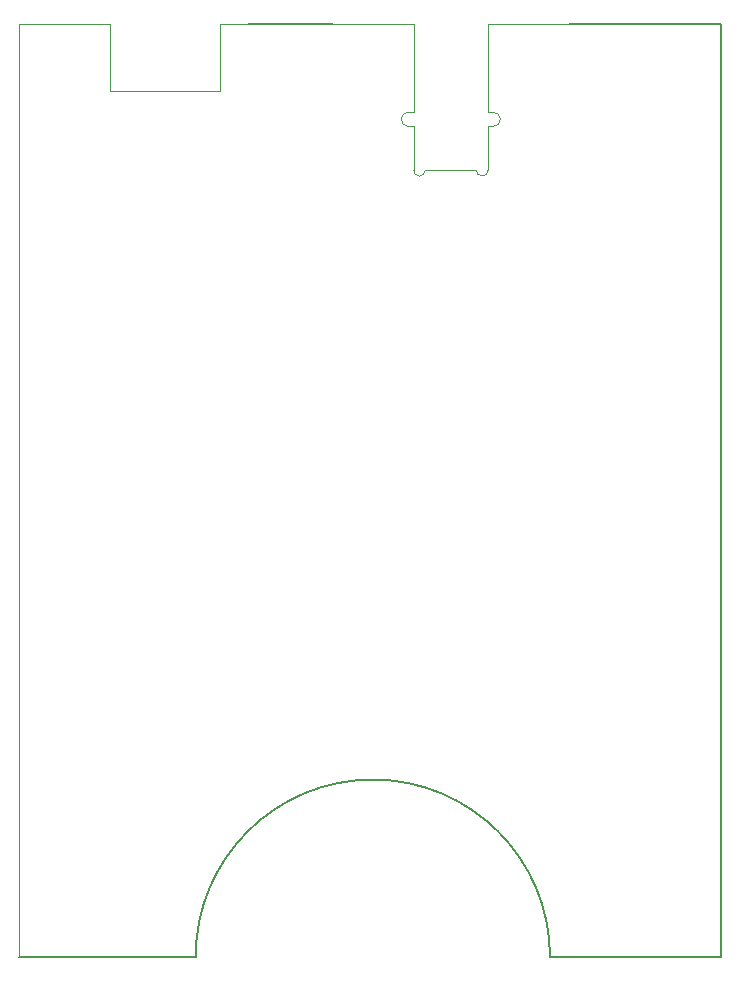
<source format=gbr>
%TF.GenerationSoftware,KiCad,Pcbnew,(5.1.5)-3*%
%TF.CreationDate,2020-03-31T18:07:01+02:00*%
%TF.ProjectId,loeti,6c6f6574-692e-46b6-9963-61645f706362,rev?*%
%TF.SameCoordinates,Original*%
%TF.FileFunction,Profile,NP*%
%FSLAX46Y46*%
G04 Gerber Fmt 4.6, Leading zero omitted, Abs format (unit mm)*
G04 Created by KiCad (PCBNEW (5.1.5)-3) date 2020-03-31 18:07:01*
%MOMM*%
%LPD*%
G04 APERTURE LIST*
%TA.AperFunction,Profile*%
%ADD10C,0.150000*%
%TD*%
%TA.AperFunction,Profile*%
%ADD11C,0.100000*%
%TD*%
%TA.AperFunction,Profile*%
%ADD12C,0.000100*%
%TD*%
%TA.AperFunction,Profile*%
%ADD13C,0.120000*%
%TD*%
G04 APERTURE END LIST*
D10*
X75000000Y-120500000D02*
X60000000Y-120500000D01*
X119500000Y-120500000D02*
X105000000Y-120500000D01*
X75000000Y-120500000D02*
G75*
G02X105000000Y-120500000I15000000J0D01*
G01*
X119500000Y-41500000D02*
X119500000Y-120500000D01*
X106600000Y-41500000D02*
X119500000Y-41500000D01*
X86600000Y-41500000D02*
X79400000Y-41500000D01*
D11*
X60000000Y-41500000D02*
X65400000Y-41500000D01*
X60000000Y-41500000D02*
X60000000Y-120500000D01*
D12*
%TO.C,J2*%
X99750000Y-41500000D02*
X99750000Y-49000000D01*
X99750000Y-50200000D02*
X99750000Y-53900000D01*
X98750000Y-53900000D02*
X94450000Y-53900000D01*
X93450000Y-53900000D02*
X93450000Y-50200000D01*
X93450000Y-41500000D02*
X93450000Y-49000000D01*
X99750000Y-41500000D02*
X106600000Y-41500000D01*
X93450000Y-41500000D02*
X86600000Y-41500000D01*
X99750000Y-53900000D02*
G75*
G02X99250000Y-54400000I-500000J0D01*
G01*
X99250000Y-54400000D02*
G75*
G02X98750000Y-53900000I0J500000D01*
G01*
X94450000Y-53900000D02*
G75*
G02X93950000Y-54400000I-500000J0D01*
G01*
X93950000Y-54400000D02*
G75*
G02X93450000Y-53900000I0J500000D01*
G01*
X99750000Y-49000000D02*
X100200000Y-49000000D01*
X99750000Y-50200000D02*
X100200000Y-50200000D01*
X100200000Y-49000000D02*
G75*
G02X100800000Y-49600000I0J-600000D01*
G01*
X100800000Y-49600000D02*
G75*
G02X100200000Y-50200000I-600000J0D01*
G01*
X93450000Y-49000000D02*
X93000000Y-49000000D01*
X93450000Y-50200000D02*
X93000000Y-50200000D01*
X93000000Y-50200000D02*
G75*
G02X92400000Y-49600000I0J600000D01*
G01*
X92400000Y-49600000D02*
G75*
G02X93000000Y-49000000I600000J0D01*
G01*
D13*
%TO.C,J0*%
X79400000Y-41500000D02*
X77075000Y-41500000D01*
X67725000Y-41500000D02*
X65400000Y-41500000D01*
X67725000Y-47220000D02*
X77075000Y-47220000D01*
X67725000Y-47220000D02*
X67725000Y-41500000D01*
X77075000Y-47220000D02*
X77075000Y-41500000D01*
%TD*%
M02*

</source>
